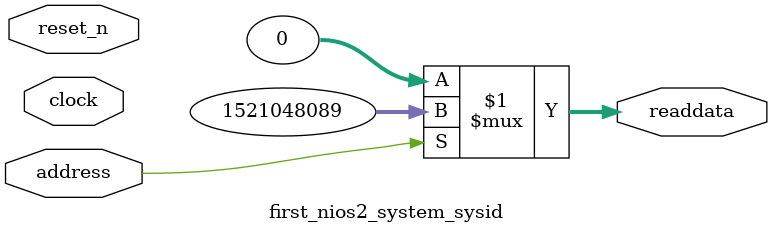
<source format=v>

`timescale 1ns / 1ps
// synthesis translate_on

// turn off superfluous verilog processor warnings 
// altera message_level Level1 
// altera message_off 10034 10035 10036 10037 10230 10240 10030 

module first_nios2_system_sysid (
               // inputs:
                address,
                clock,
                reset_n,

               // outputs:
                readdata
             )
;

  output  [ 31: 0] readdata;
  input            address;
  input            clock;
  input            reset_n;

  wire    [ 31: 0] readdata;
  //control_slave, which is an e_avalon_slave
  assign readdata = address ? 1521048089 : 0;

endmodule




</source>
